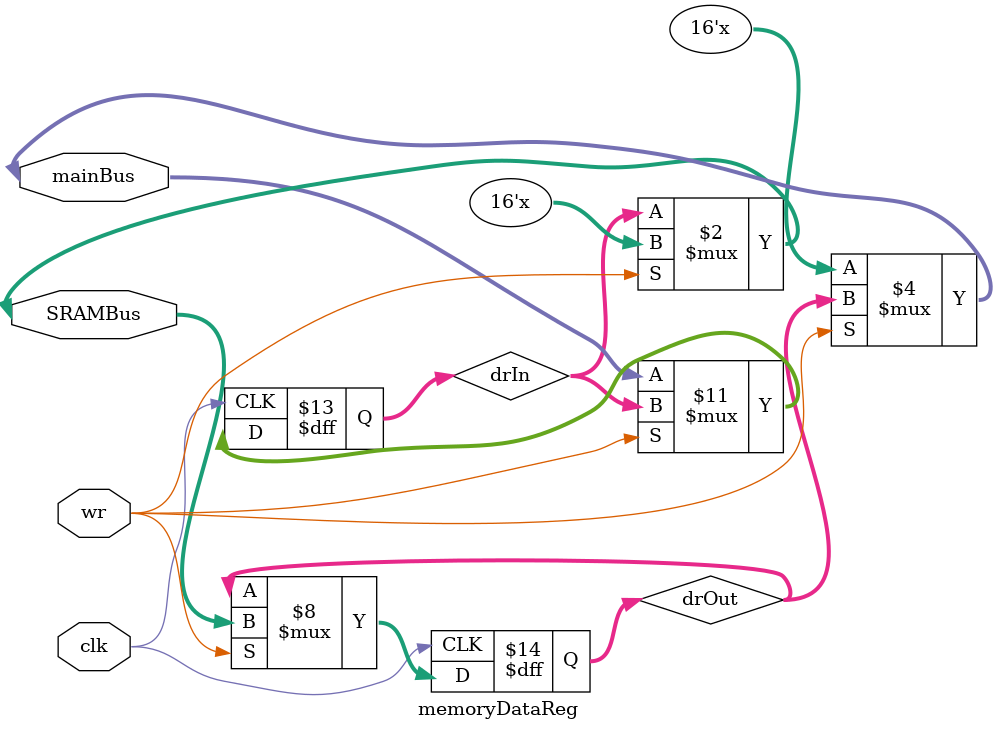
<source format=v>
module memoryDataReg (SRAMBus, mainBus, clk, wr);
	inout [15:0] SRAMBus, mainBus;
	input clk, wr; // wr: 0 for write, 1 for read
	
	reg [15:0] drIn, drOut;
	assign SRAMBus = !wr ? drIn : 16'bz;
	assign mainBus = !wr ? 16'bz: drOut;
	
	always@(posedge clk)
	if(!wr)
	drIn <= mainBus;
	else
	drOut <= SRAMBus;
endmodule

</source>
